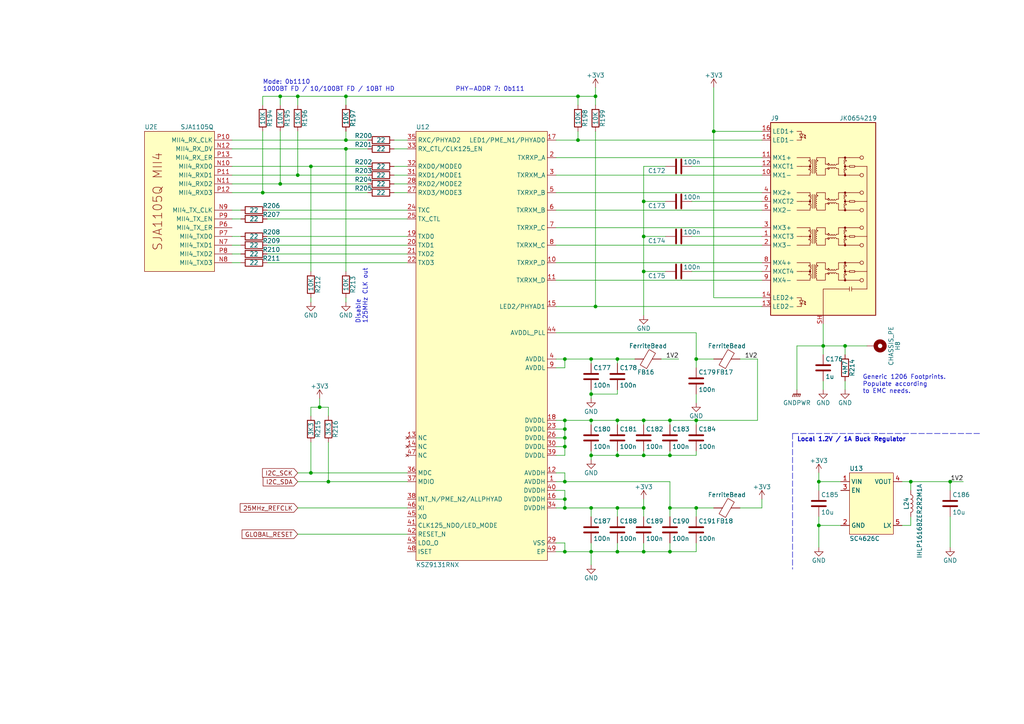
<source format=kicad_sch>
(kicad_sch (version 20211123) (generator eeschema)
  (paper "A4")
  (title_block (title "Open Hardware 10Base-T1L Switch") (date "2023-04-07") (rev "REV A") (company "Peter Heinrich") (comment 1 "Open Hardware License CERN-OHL-P v2") (comment 2 "https://github.com/peterheinrich/Open_10Base-T1L_Switch"))
  (lib_symbols
    (symbol "Connector:JK0654219"
      (property "Reference" "J" (at -15.24 29.21 0))
      (property "Value" "JK0654219" (at 10.16 29.21 0))
      (symbol "JK0654219_1_1"
        (pin passive line (at -17.78 -5.08 0) (length 2.54) (name "MXCT3") (number "1"))
        (pin passive line (at -17.78 12.7 0) (length 2.54) (name "MX1-") (number "10"))
        (pin passive line (at -17.78 17.78 0) (length 2.54) (name "MX1+") (number "11"))
        (pin passive line (at -17.78 15.24 0) (length 2.54) (name "MXCT1") (number "12"))
        (pin passive line (at -17.78 -25.4 0) (length 2.54) (name "LED2-") (number "13"))
        (pin passive line (at -17.78 -22.86 0) (length 2.54) (name "LED2+") (number "14"))
        (pin passive line (at -17.78 22.86 0) (length 2.54) (name "LED1-") (number "15"))
        (pin passive line (at -17.78 25.4 0) (length 2.54) (name "LED1+") (number "16"))
        (pin passive line (at -17.78 -7.62 0) (length 2.54) (name "MX3-") (number "2"))
        (pin passive line (at -17.78 -2.54 0) (length 2.54) (name "MX3+") (number "3"))
        (pin passive line (at -17.78 7.62 0) (length 2.54) (name "MX2+") (number "4"))
        (pin passive line (at -17.78 2.54 0) (length 2.54) (name "MX2-") (number "5"))
        (pin passive line (at -17.78 5.08 0) (length 2.54) (name "MXCT2") (number "6"))
        (pin passive line (at -17.78 -15.24 0) (length 2.54) (name "MXCT4") (number "7"))
        (pin passive line (at -17.78 -12.7 0) (length 2.54) (name "MX4+") (number "8"))
        (pin passive line (at -17.78 -17.78 0) (length 2.54) (name "MX4-") (number "9"))
        (pin passive line (at 0 -30.48 90) (length 2.54) (name "~") (number "SH"))
      )
    )
    (symbol "Device:C" (pin_numbers hide) (pin_names (offset 0.254))
      (property "Reference" "C" (at 0.635 2.54 0))
      (property "Value" "C" (at 0.635 -2.54 0))
      (symbol "C_1_1"
        (pin passive line (at 0 3.81 270) (length 2.794) (name "~") (number "1"))
        (pin passive line (at 0 -3.81 90) (length 2.794) (name "~") (number "2"))
      )
    )
    (symbol "Device:FerriteBead" (pin_numbers hide) (pin_names (offset 0))
      (property "Reference" "FB" (at -3.81 0.635 90))
      (property "Value" "FerriteBead" (at 3.81 0 90))
      (symbol "FerriteBead_1_1"
        (pin passive line (at 0 3.81 270) (length 2.54) (name "~") (number "1"))
        (pin passive line (at 0 -3.81 90) (length 2.54) (name "~") (number "2"))
      )
    )
    (symbol "Device:L" (pin_numbers hide) (pin_names (offset 1.016) hide)
      (property "Reference" "L" (at -1.27 0 90))
      (property "Value" "L" (at 1.905 0 90))
      (symbol "L_1_1"
        (pin passive line (at 0 3.81 270) (length 1.27) (name "1") (number "1"))
        (pin passive line (at 0 -3.81 90) (length 1.27) (name "2") (number "2"))
      )
    )
    (symbol "Device:R" (pin_numbers hide) (pin_names (offset 0))
      (property "Reference" "R" (at 2.032 0 90))
      (property "Value" "R" (at 0 0 90))
      (symbol "R_1_1"
        (pin passive line (at 0 3.81 270) (length 1.27) (name "~") (number "1"))
        (pin passive line (at 0 -3.81 90) (length 1.27) (name "~") (number "2"))
      )
    )
    (symbol "KSZ9131RNX:KSZ9131RNX"
      (property "Reference" "U" (at 0 1.27 0))
      (property "Value" "KSZ9131RNX" (at 0 -125.73 0))
      (symbol "KSZ9131RNX_1_1"
        (pin power_in line (at 40.64 -101.6 180) (length 2.54) (name "AVDDH") (number "1"))
        (pin bidirectional line (at 40.64 -38.1 180) (length 2.54) (name "TXRXP_D") (number "10"))
        (pin bidirectional line (at 40.64 -43.18 180) (length 2.54) (name "TXRXM_D") (number "11"))
        (pin power_in line (at 40.64 -99.06 180) (length 2.54) (name "AVDDH") (number "12"))
        (pin no_connect line (at -2.54 -88.9 0) (length 2.54) (name "NC") (number "13"))
        (pin no_connect line (at -2.54 -91.44 0) (length 2.54) (name "NC") (number "14"))
        (pin output line (at 40.64 -50.8 180) (length 2.54) (name "LED2/PHYAD1") (number "15"))
        (pin power_in line (at 40.64 -106.68 180) (length 2.54) (name "DVDDH") (number "16"))
        (pin output line (at 40.64 -2.54 180) (length 2.54) (name "LED1/PME_N1/PHYAD0") (number "17"))
        (pin power_in line (at 40.64 -83.82 180) (length 2.54) (name "DVDDL") (number "18"))
        (pin input line (at -2.54 -30.48 0) (length 2.54) (name "TXD0") (number "19"))
        (pin bidirectional line (at 40.64 -7.62 180) (length 2.54) (name "TXRXP_A") (number "2"))
        (pin input line (at -2.54 -33.02 0) (length 2.54) (name "TXD1") (number "20"))
        (pin input line (at -2.54 -35.56 0) (length 2.54) (name "TXD2") (number "21"))
        (pin input line (at -2.54 -38.1 0) (length 2.54) (name "TXD3") (number "22"))
        (pin power_in line (at 40.64 -86.36 180) (length 2.54) (name "DVDDL") (number "23"))
        (pin input line (at -2.54 -22.86 0) (length 2.54) (name "TXC") (number "24"))
        (pin input line (at -2.54 -25.4 0) (length 2.54) (name "TX_CTL") (number "25"))
        (pin power_in line (at 40.64 -88.9 180) (length 2.54) (name "DVDDL") (number "26"))
        (pin output line (at -2.54 -17.78 0) (length 2.54) (name "RXD3/MODE3") (number "27"))
        (pin output line (at -2.54 -15.24 0) (length 2.54) (name "RXD2/MODE2") (number "28"))
        (pin power_in line (at 40.64 -119.38 180) (length 2.54) (name "VSS") (number "29"))
        (pin bidirectional line (at 40.64 -12.7 180) (length 2.54) (name "TXRXM_A") (number "3"))
        (pin power_in line (at 40.64 -91.44 180) (length 2.54) (name "DVDDL") (number "30"))
        (pin output line (at -2.54 -12.7 0) (length 2.54) (name "RXD1/MODE1") (number "31"))
        (pin output line (at -2.54 -10.16 0) (length 2.54) (name "RXD0/MODE0") (number "32"))
        (pin output line (at -2.54 -5.08 0) (length 2.54) (name "RX_CTL/CLK125_EN") (number "33"))
        (pin power_in line (at 40.64 -109.22 180) (length 2.54) (name "DVDDH") (number "34"))
        (pin output line (at -2.54 -2.54 0) (length 2.54) (name "RXC/PHYAD2") (number "35"))
        (pin input line (at -2.54 -99.06 0) (length 2.54) (name "MDC") (number "36"))
        (pin bidirectional line (at -2.54 -101.6 0) (length 2.54) (name "MDIO") (number "37"))
        (pin output line (at -2.54 -106.68 0) (length 2.54) (name "INT_N/PME_N2/ALLPHYAD") (number "38"))
        (pin power_in line (at 40.64 -93.98 180) (length 2.54) (name "DVDDL") (number "39"))
        (pin power_in line (at 40.64 -66.04 180) (length 2.54) (name "AVDDL") (number "4"))
        (pin power_in line (at 40.64 -104.14 180) (length 2.54) (name "DVDDH") (number "40"))
        (pin output line (at -2.54 -114.3 0) (length 2.54) (name "CLK125_NDO/LED_MODE") (number "41"))
        (pin input line (at -2.54 -116.84 0) (length 2.54) (name "RESET_N") (number "42"))
        (pin output line (at -2.54 -119.38 0) (length 2.54) (name "LDO_O") (number "43"))
        (pin power_in line (at 40.64 -58.42 180) (length 2.54) (name "AVDDL_PLL") (number "44"))
        (pin output line (at -2.54 -111.76 0) (length 2.54) (name "XO") (number "45"))
        (pin input line (at -2.54 -109.22 0) (length 2.54) (name "XI") (number "46"))
        (pin no_connect line (at -2.54 -93.98 0) (length 2.54) (name "NC") (number "47"))
        (pin input line (at -2.54 -121.92 0) (length 2.54) (name "ISET") (number "48"))
        (pin power_in line (at 40.64 -121.92 180) (length 2.54) (name "EP") (number "49"))
        (pin bidirectional line (at 40.64 -17.78 180) (length 2.54) (name "TXRXP_B") (number "5"))
        (pin bidirectional line (at 40.64 -22.86 180) (length 2.54) (name "TXRXM_B") (number "6"))
        (pin bidirectional line (at 40.64 -27.94 180) (length 2.54) (name "TXRXP_C") (number "7"))
        (pin bidirectional line (at 40.64 -33.02 180) (length 2.54) (name "TXRXM_C") (number "8"))
        (pin power_in line (at 40.64 -68.58 180) (length 2.54) (name "AVDDL") (number "9"))
      )
    )
    (symbol "Mechanical:MountingHole_Pad" (pin_numbers hide) (pin_names (offset 1.016) hide)
      (property "Reference" "H" (at 0 6.35 0))
      (property "Value" "MountingHole_Pad" (at 0 4.445 0))
      (symbol "MountingHole_Pad_1_1"
        (pin input line (at 0 -2.54 90) (length 2.54) (name "1") (number "1"))
      )
    )
    (symbol "SC4626C:SC4626C"
      (property "Reference" "U" (at 0 1.27 0))
      (property "Value" "SC4626C" (at 0 -19.05 0))
      (symbol "SC4626C_1_1"
        (pin power_in line (at -2.54 -2.54 0) (length 2.54) (name "VIN") (number "1"))
        (pin power_in line (at -2.54 -15.24 0) (length 2.54) (name "GND") (number "2"))
        (pin input line (at -2.54 -5.08 0) (length 2.54) (name "EN") (number "3"))
        (pin output line (at 15.24 -2.54 180) (length 2.54) (name "VOUT") (number "4"))
        (pin output line (at 15.24 -15.24 180) (length 2.54) (name "LX") (number "5"))
      )
    )
    (symbol "SJA1105Q:SJA1105Q"
      (property "Reference" "U" (at 0 1.27 0))
      (property "Value" "SJA1105Q" (at 15.24 1.27 0))
      (symbol "SJA1105Q_1_1"
        (text "SJA1105Q MII0" (at 3.81 -20.32 900) (effects (font (size 2.54 2.54))))
        (pin output line (at 25.4 -30.48 180) (length 5.08) (name "MII0_TXD0") (number "A2"))
        (pin output line (at 25.4 -27.94 180) (length 5.08) (name "MII0_TX_ER") (number "A3"))
        (pin output line (at 25.4 -33.02 180) (length 5.08) (name "MII0_TXD1") (number "B1"))
        (pin output line (at 25.4 -38.1 180) (length 5.08) (name "MII0_TXD3") (number "C1"))
        (pin output line (at 25.4 -35.56 180) (length 5.08) (name "MII0_TXD2") (number "C2"))
        (pin bidirectional line (at 25.4 -22.86 180) (length 5.08) (name "MII0_TX_CLK") (number "D1"))
        (pin output line (at 25.4 -25.4 180) (length 5.08) (name "MII0_TX_EN") (number "D2"))
        (pin input line (at 25.4 -10.16 180) (length 5.08) (name "MII0_RXD0") (number "E1"))
        (pin bidirectional line (at 25.4 -2.54 180) (length 5.08) (name "MII0_RX_CLK") (number "E2"))
        (pin input line (at 25.4 -15.24 180) (length 5.08) (name "MII0_RXD2") (number "F1"))
        (pin input line (at 25.4 -12.7 180) (length 5.08) (name "MII0_RXD1") (number "F2"))
        (pin input line (at 25.4 -5.08 180) (length 5.08) (name "MII0_RX_DV") (number "G1"))
        (pin input line (at 25.4 -17.78 180) (length 5.08) (name "MII0_RXD3") (number "G2"))
        (pin input line (at 25.4 -7.62 180) (length 5.08) (name "MII0_RX_ER") (number "H2"))
      )
      (symbol "SJA1105Q_2_1"
        (text "SJA1105Q MII1" (at 3.81 -20.32 900) (effects (font (size 2.54 2.54))))
        (pin output line (at 25.4 -27.94 180) (length 5.08) (name "MII1_TX_ER") (number "A10"))
        (pin input line (at 25.4 -5.08 180) (length 5.08) (name "MII1_RX_DV") (number "A4"))
        (pin input line (at 25.4 -15.24 180) (length 5.08) (name "MII1_RXD2") (number "A5"))
        (pin input line (at 25.4 -10.16 180) (length 5.08) (name "MII1_RXD0") (number "A6"))
        (pin bidirectional line (at 25.4 -22.86 180) (length 5.08) (name "MII1_TX_CLK") (number "A7"))
        (pin output line (at 25.4 -38.1 180) (length 5.08) (name "MII1_TXD3") (number "A8"))
        (pin output line (at 25.4 -33.02 180) (length 5.08) (name "MII1_TXD1") (number "A9"))
        (pin input line (at 25.4 -7.62 180) (length 5.08) (name "MII1_RX_ER") (number "B3"))
        (pin input line (at 25.4 -17.78 180) (length 5.08) (name "MII1_RXD3") (number "B4"))
        (pin input line (at 25.4 -12.7 180) (length 5.08) (name "MII1_RXD1") (number "B5"))
        (pin bidirectional line (at 25.4 -2.54 180) (length 5.08) (name "MII1_RX_CLK") (number "B6"))
        (pin output line (at 25.4 -25.4 180) (length 5.08) (name "MII1_TX_EN") (number "B7"))
        (pin output line (at 25.4 -35.56 180) (length 5.08) (name "MII1_TXD2") (number "B8"))
        (pin output line (at 25.4 -30.48 180) (length 5.08) (name "MII1_TXD0") (number "B9"))
      )
      (symbol "SJA1105Q_3_1"
        (text "SJA1105Q MII2" (at 3.81 -20.32 900) (effects (font (size 2.54 2.54))))
        (pin input line (at 25.4 -5.08 180) (length 5.08) (name "MII2_RX_DV") (number "A11"))
        (pin input line (at 25.4 -15.24 180) (length 5.08) (name "MII2_RXD2") (number "A12"))
        (pin input line (at 25.4 -10.16 180) (length 5.08) (name "MII2_RXD0") (number "A13"))
        (pin input line (at 25.4 -7.62 180) (length 5.08) (name "MII2_RX_ER") (number "B10"))
        (pin input line (at 25.4 -17.78 180) (length 5.08) (name "MII2_RXD3") (number "B11"))
        (pin input line (at 25.4 -12.7 180) (length 5.08) (name "MII2_RXD1") (number "B12"))
        (pin bidirectional line (at 25.4 -2.54 180) (length 5.08) (name "MII2_RX_CLK") (number "B14"))
        (pin output line (at 25.4 -25.4 180) (length 5.08) (name "MII2_TX_EN") (number "C13"))
        (pin bidirectional line (at 25.4 -22.86 180) (length 5.08) (name "MII2_TX_CLK") (number "C14"))
        (pin output line (at 25.4 -35.56 180) (length 5.08) (name "MII2_TXD2") (number "D13"))
        (pin output line (at 25.4 -38.1 180) (length 5.08) (name "MII2_TXD3") (number "D14"))
        (pin output line (at 25.4 -30.48 180) (length 5.08) (name "MII2_TXD0") (number "E13"))
        (pin output line (at 25.4 -33.02 180) (length 5.08) (name "MII2_TXD1") (number "E14"))
        (pin output line (at 25.4 -27.94 180) (length 5.08) (name "MII2_TX_ER") (number "F14"))
      )
      (symbol "SJA1105Q_4_1"
        (text "SJA1105Q MII3" (at 3.81 -20.32 900) (effects (font (size 2.54 2.54))))
        (pin input line (at 25.4 -7.62 180) (length 5.08) (name "MII3_RX_ER") (number "F13"))
        (pin input line (at 25.4 -17.78 180) (length 5.08) (name "MII3_RXD3") (number "G13"))
        (pin input line (at 25.4 -5.08 180) (length 5.08) (name "MII3_RX_DV") (number "G14"))
        (pin input line (at 25.4 -12.7 180) (length 5.08) (name "MII3_RXD1") (number "H13"))
        (pin input line (at 25.4 -15.24 180) (length 5.08) (name "MII3_RXD2") (number "H14"))
        (pin bidirectional line (at 25.4 -2.54 180) (length 5.08) (name "MII3_RX_CLK") (number "J13"))
        (pin input line (at 25.4 -10.16 180) (length 5.08) (name "MII3_RXD0") (number "J14"))
        (pin output line (at 25.4 -25.4 180) (length 5.08) (name "MII3_TX_EN") (number "K13"))
        (pin bidirectional line (at 25.4 -22.86 180) (length 5.08) (name "MII3_TX_CLK") (number "K14"))
        (pin output line (at 25.4 -35.56 180) (length 5.08) (name "MII3_TXD2") (number "L13"))
        (pin output line (at 25.4 -38.1 180) (length 5.08) (name "MII3_TXD3") (number "L14"))
        (pin output line (at 25.4 -30.48 180) (length 5.08) (name "MII3_TXD0") (number "M13"))
        (pin output line (at 25.4 -33.02 180) (length 5.08) (name "MII3_TXD1") (number "M14"))
        (pin output line (at 25.4 -27.94 180) (length 5.08) (name "MII3_TX_ER") (number "N14"))
      )
      (symbol "SJA1105Q_5_1"
        (text "SJA1105Q MII4" (at 3.81 -20.32 900) (effects (font (size 2.54 2.54))))
        (pin input line (at 25.4 -10.16 180) (length 5.08) (name "MII4_RXD0") (number "N10"))
        (pin input line (at 25.4 -15.24 180) (length 5.08) (name "MII4_RXD2") (number "N11"))
        (pin input line (at 25.4 -5.08 180) (length 5.08) (name "MII4_RX_DV") (number "N12"))
        (pin output line (at 25.4 -33.02 180) (length 5.08) (name "MII4_TXD1") (number "N7"))
        (pin output line (at 25.4 -38.1 180) (length 5.08) (name "MII4_TXD3") (number "N8"))
        (pin bidirectional line (at 25.4 -22.86 180) (length 5.08) (name "MII4_TX_CLK") (number "N9"))
        (pin bidirectional line (at 25.4 -2.54 180) (length 5.08) (name "MII4_RX_CLK") (number "P10"))
        (pin input line (at 25.4 -12.7 180) (length 5.08) (name "MII4_RXD1") (number "P11"))
        (pin input line (at 25.4 -17.78 180) (length 5.08) (name "MII4_RXD3") (number "P12"))
        (pin input line (at 25.4 -7.62 180) (length 5.08) (name "MII4_RX_ER") (number "P13"))
        (pin output line (at 25.4 -27.94 180) (length 5.08) (name "MII4_TX_ER") (number "P6"))
        (pin output line (at 25.4 -30.48 180) (length 5.08) (name "MII4_TXD0") (number "P7"))
        (pin output line (at 25.4 -35.56 180) (length 5.08) (name "MII4_TXD2") (number "P8"))
        (pin output line (at 25.4 -25.4 180) (length 5.08) (name "MII4_TX_EN") (number "P9"))
      )
      (symbol "SJA1105Q_6_1"
        (text "SJA1105Q CLK" (at 15.24 -17.78 900) (effects (font (size 2.54 2.54))))
        (pin output line (at -5.08 -2.54 0) (length 5.08) (name "CLK_OUT") (number "H1"))
        (pin input line (at -5.08 -20.32 0) (length 5.08) (name "OSC_IN") (number "K2"))
        (pin output line (at -5.08 -7.62 0) (length 5.08) (name "OSC_OUT") (number "L1"))
        (pin power_in line (at 33.02 -17.78 180) (length 5.08) (name "i.c.") (number "L4"))
        (pin input line (at 33.02 -2.54 180) (length 5.08) (name "TRST_N") (number "M1"))
        (pin input line (at 33.02 -10.16 180) (length 5.08) (name "TDI") (number "M2"))
        (pin input line (at 33.02 -12.7 180) (length 5.08) (name "TCK") (number "N1"))
        (pin output line (at 33.02 -7.62 180) (length 5.08) (name "TDO") (number "N3"))
        (pin bidirectional line (at -5.08 -33.02 0) (length 5.08) (name "PTP_CLK") (number "N4"))
        (pin input line (at 33.02 -25.4 180) (length 5.08) (name "SDI") (number "N5"))
        (pin input line (at 33.02 -30.48 180) (length 5.08) (name "SS_N") (number "N6"))
        (pin input line (at 33.02 -5.08 180) (length 5.08) (name "TMS") (number "P2"))
        (pin input line (at 33.02 -33.02 180) (length 5.08) (name "RST_N") (number "P3"))
        (pin output line (at 33.02 -27.94 180) (length 5.08) (name "SDO") (number "P4"))
        (pin input line (at 33.02 -22.86 180) (length 5.08) (name "SCK") (number "P5"))
      )
      (symbol "SJA1105Q_7_1"
        (text "SJA1105Q Power" (at 12.7 -48.26 900) (effects (font (size 2.54 2.54))))
        (pin power_in line (at -5.08 -2.54 0) (length 5.08) (name "VSS") (number "A1"))
        (pin power_in line (at 33.02 -88.9 180) (length 5.08) (name "VSS") (number "A14"))
        (pin power_in line (at 33.02 -83.82 180) (length 5.08) (name "VSS") (number "B13"))
        (pin power_in line (at 33.02 -48.26 180) (length 5.08) (name "VDDIO_MII2") (number "D10"))
        (pin power_in line (at 33.02 -50.8 180) (length 5.08) (name "VDDIO_MII2") (number "D11"))
        (pin power_in line (at 33.02 -33.02 180) (length 5.08) (name "VDDIO_MII0") (number "D4"))
        (pin power_in line (at 33.02 -40.64 180) (length 5.08) (name "VDDIO_MII1") (number "D5"))
        (pin power_in line (at 33.02 -7.62 180) (length 5.08) (name "VDD_CORE") (number "D6"))
        (pin power_in line (at 33.02 -43.18 180) (length 5.08) (name "VDDIO_MII1") (number "D7"))
        (pin power_in line (at 33.02 -45.72 180) (length 5.08) (name "VDDIO_MII1") (number "D8"))
        (pin power_in line (at 33.02 -12.7 180) (length 5.08) (name "VDD_CORE") (number "D9"))
        (pin power_in line (at -5.08 -91.44 0) (length 5.08) (name "VSS") (number "E10"))
        (pin power_in line (at 33.02 -53.34 180) (length 5.08) (name "VDDIO_MII2") (number "E11"))
        (pin power_in line (at 33.02 -35.56 180) (length 5.08) (name "VDDIO_MII0") (number "E4"))
        (pin power_in line (at -5.08 -12.7 0) (length 5.08) (name "VSS") (number "E5"))
        (pin power_in line (at -5.08 -27.94 0) (length 5.08) (name "VSS") (number "E6"))
        (pin power_in line (at -5.08 -43.18 0) (length 5.08) (name "VSS") (number "E7"))
        (pin power_in line (at -5.08 -60.96 0) (length 5.08) (name "VSS") (number "E8"))
        (pin power_in line (at -5.08 -76.2 0) (length 5.08) (name "VSS") (number "E9"))
        (pin power_in line (at -5.08 -93.98 0) (length 5.08) (name "VSS") (number "F10"))
        (pin power_in line (at 33.02 -17.78 180) (length 5.08) (name "VDD_CORE") (number "F11"))
        (pin power_in line (at 33.02 -2.54 180) (length 5.08) (name "VDD_CORE") (number "F4"))
        (pin power_in line (at -5.08 -15.24 0) (length 5.08) (name "VSS") (number "F5"))
        (pin power_in line (at -5.08 -30.48 0) (length 5.08) (name "VSS") (number "F6"))
        (pin power_in line (at -5.08 -45.72 0) (length 5.08) (name "VSS") (number "F7"))
        (pin power_in line (at -5.08 -63.5 0) (length 5.08) (name "VSS") (number "F8"))
        (pin power_in line (at -5.08 -78.74 0) (length 5.08) (name "VSS") (number "F9"))
        (pin power_in line (at -5.08 -96.52 0) (length 5.08) (name "VSS") (number "G10"))
        (pin power_in line (at 33.02 -55.88 180) (length 5.08) (name "VDDIO_MII3") (number "G11"))
        (pin power_in line (at 33.02 -38.1 180) (length 5.08) (name "VDDIO_MII0") (number "G4"))
        (pin power_in line (at -5.08 -17.78 0) (length 5.08) (name "VSS") (number "G5"))
        (pin power_in line (at -5.08 -33.02 0) (length 5.08) (name "VSS") (number "G6"))
        (pin power_in line (at -5.08 -48.26 0) (length 5.08) (name "VSS") (number "G7"))
        (pin power_in line (at -5.08 -66.04 0) (length 5.08) (name "VSS") (number "G8"))
        (pin power_in line (at -5.08 -81.28 0) (length 5.08) (name "VSS") (number "G9"))
        (pin power_in line (at 33.02 -76.2 180) (length 5.08) (name "VSS") (number "H10"))
        (pin power_in line (at 33.02 -58.42 180) (length 5.08) (name "VDDIO_MII3") (number "H11"))
        (pin power_in line (at 33.02 -27.94 180) (length 5.08) (name "VDDIO_CLO") (number "H4"))
        (pin power_in line (at -5.08 -20.32 0) (length 5.08) (name "VSS") (number "H5"))
        (pin power_in line (at -5.08 -35.56 0) (length 5.08) (name "VSS") (number "H6"))
        (pin power_in line (at -5.08 -50.8 0) (length 5.08) (name "VSS") (number "H7"))
        (pin power_in line (at -5.08 -68.58 0) (length 5.08) (name "VSS") (number "H8"))
        (pin power_in line (at -5.08 -83.82 0) (length 5.08) (name "VSS") (number "H9"))
        (pin power_in line (at 33.02 -25.4 180) (length 5.08) (name "VDDA_PLL") (number "J1"))
        (pin power_in line (at 33.02 -78.74 180) (length 5.08) (name "VSS") (number "J10"))
        (pin power_in line (at 33.02 -20.32 180) (length 5.08) (name "VDD_CORE") (number "J11"))
        (pin power_in line (at 33.02 -96.52 180) (length 5.08) (name "VSSA_PLL") (number "J2"))
        (pin power_in line (at 33.02 -5.08 180) (length 5.08) (name "VDD_CORE") (number "J4"))
        (pin power_in line (at -5.08 -22.86 0) (length 5.08) (name "VSS") (number "J5"))
        (pin power_in line (at -5.08 -38.1 0) (length 5.08) (name "VSS") (number "J6"))
        (pin power_in line (at -5.08 -53.34 0) (length 5.08) (name "VSS") (number "J7"))
        (pin power_in line (at -5.08 -71.12 0) (length 5.08) (name "VSS") (number "J8"))
        (pin power_in line (at -5.08 -86.36 0) (length 5.08) (name "VSS") (number "J9"))
        (pin power_in line (at 33.02 -22.86 180) (length 5.08) (name "VDDA_OSC") (number "K1"))
        (pin power_in line (at 33.02 -81.28 180) (length 5.08) (name "VSS") (number "K10"))
        (pin power_in line (at 33.02 -60.96 180) (length 5.08) (name "VDDIO_MII3") (number "K11"))
        (pin power_in line (at -5.08 -10.16 0) (length 5.08) (name "VSS") (number "K4"))
        (pin power_in line (at -5.08 -25.4 0) (length 5.08) (name "VSS") (number "K5"))
        (pin power_in line (at -5.08 -40.64 0) (length 5.08) (name "VSS") (number "K6"))
        (pin power_in line (at -5.08 -55.88 0) (length 5.08) (name "VSS") (number "K7"))
        (pin power_in line (at -5.08 -73.66 0) (length 5.08) (name "VSS") (number "K8"))
        (pin power_in line (at -5.08 -88.9 0) (length 5.08) (name "VSS") (number "K9"))
        (pin power_in line (at 33.02 -66.04 180) (length 5.08) (name "VDDIO_MII4") (number "L10"))
        (pin power_in line (at 33.02 -68.58 180) (length 5.08) (name "VDDIO_MII4") (number "L11"))
        (pin power_in line (at 33.02 -93.98 180) (length 5.08) (name "VSSA_OSC") (number "L2"))
        (pin power_in line (at 33.02 -30.48 180) (length 5.08) (name "VDDIO_HOST") (number "L5"))
        (pin power_in line (at 33.02 -10.16 180) (length 5.08) (name "VDD_CORE") (number "L6"))
        (pin power_in line (at -5.08 -58.42 0) (length 5.08) (name "VSS") (number "L7"))
        (pin power_in line (at 33.02 -63.5 180) (length 5.08) (name "VDDIO_MII4") (number "L8"))
        (pin power_in line (at 33.02 -15.24 180) (length 5.08) (name "VDD_CORE") (number "L9"))
        (pin power_in line (at 33.02 -86.36 180) (length 5.08) (name "VSS") (number "N13"))
        (pin power_in line (at -5.08 -7.62 0) (length 5.08) (name "VSS") (number "N2"))
        (pin power_in line (at -5.08 -5.08 0) (length 5.08) (name "VSS") (number "P1"))
        (pin power_in line (at 33.02 -91.44 180) (length 5.08) (name "VSS") (number "P14"))
      )
    )
    (symbol "power:+3V3" (power) (pin_names (offset 0))
      (property "Value" "+3V3" (at 0 3.556 0))
      (symbol "+3V3_1_1"
        (pin power_in line (at 0 0 90) (length 0) hide (name "+3V3") (number "1"))
      )
    )
    (symbol "power:GND" (power) (pin_names (offset 0))
      (property "Value" "GND" (at 0 -3.81 0))
      (symbol "GND_1_1"
        (pin power_in line (at 0 0 270) (length 0) hide (name "GND") (number "1"))
      )
    )
    (symbol "power:GNDPWR" (power) (pin_names (offset 0))
      (property "Value" "GNDPWR" (at 0 -3.302 0))
      (symbol "GNDPWR_1_1"
        (pin power_in line (at 0 0 270) (length 0) hide (name "GNDPWR") (number "1"))
      )
    )
  )
  (junction (at 171.45 114.3))
  (junction (at 86.36 27.94))
  (junction (at 186.69 121.92))
  (junction (at 171.45 132.08))
  (junction (at 172.72 88.9))
  (junction (at 238.76 100.33))
  (junction (at 171.45 160.02))
  (junction (at 90.17 48.26))
  (junction (at 163.83 139.7))
  (junction (at 179.07 132.08))
  (junction (at 186.69 58.42))
  (junction (at 194.31 132.08))
  (junction (at 186.69 132.08))
  (junction (at 171.45 104.14))
  (junction (at 194.31 160.02))
  (junction (at 81.28 53.34))
  (junction (at 100.33 43.18))
  (junction (at 163.83 129.54))
  (junction (at 194.31 147.32))
  (junction (at 100.33 40.64))
  (junction (at 186.69 68.58))
  (junction (at 207.01 38.1))
  (junction (at 163.83 127))
  (junction (at 237.49 139.7))
  (junction (at 264.16 139.7))
  (junction (at 171.45 147.32))
  (junction (at 92.71 118.11))
  (junction (at 81.28 27.94))
  (junction (at 275.59 139.7))
  (junction (at 163.83 121.92))
  (junction (at 95.25 139.7))
  (junction (at 90.17 137.16))
  (junction (at 179.07 160.02))
  (junction (at 86.36 50.8))
  (junction (at 194.31 121.92))
  (junction (at 201.93 147.32))
  (junction (at 163.83 104.14))
  (junction (at 76.2 55.88))
  (junction (at 186.69 78.74))
  (junction (at 179.07 147.32))
  (junction (at 172.72 27.94))
  (junction (at 163.83 147.32))
  (junction (at 167.64 27.94))
  (junction (at 245.11 100.33))
  (junction (at 201.93 121.92))
  (junction (at 237.49 152.4))
  (junction (at 167.64 40.64))
  (junction (at 186.69 160.02))
  (junction (at 179.07 104.14))
  (junction (at 163.83 124.46))
  (junction (at 186.69 147.32))
  (junction (at 201.93 104.14))
  (junction (at 100.33 27.94))
  (junction (at 171.45 121.92))
  (junction (at 163.83 144.78))
  (junction (at 163.83 160.02))
  (junction (at 179.07 121.92))
  (wire (pts (xy 220.98 86.36) (xy 207.01 86.36)))
  (wire (pts (xy 95.25 139.7) (xy 118.11 139.7)))
  (wire (pts (xy 220.98 71.12) (xy 161.29 71.12)))
  (wire (pts (xy 200.66 58.42) (xy 220.98 58.42)))
  (wire (pts (xy 163.83 144.78) (xy 163.83 147.32)))
  (wire (pts (xy 114.3 50.8) (xy 118.11 50.8)))
  (wire (pts (xy 171.45 160.02) (xy 171.45 157.48)))
  (wire (pts (xy 194.31 139.7) (xy 194.31 147.32)))
  (wire (pts (xy 194.31 160.02) (xy 194.31 157.48)))
  (wire (pts (xy 114.3 40.64) (xy 118.11 40.64)))
  (wire (pts (xy 245.11 100.33) (xy 238.76 100.33)))
  (wire (pts (xy 69.85 73.66) (xy 67.31 73.66)))
  (wire (pts (xy 186.69 132.08) (xy 194.31 132.08)))
  (wire (pts (xy 90.17 137.16) (xy 118.11 137.16)))
  (wire (pts (xy 171.45 105.41) (xy 171.45 104.14)))
  (wire (pts (xy 207.01 25.4) (xy 207.01 38.1)))
  (wire (pts (xy 200.66 48.26) (xy 220.98 48.26)))
  (wire (pts (xy 163.83 142.24) (xy 163.83 144.78)))
  (wire (pts (xy 163.83 129.54) (xy 163.83 132.08)))
  (wire (pts (xy 237.49 137.16) (xy 237.49 139.7)))
  (wire (pts (xy 95.25 128.27) (xy 95.25 139.7)))
  (wire (pts (xy 161.29 96.52) (xy 201.93 96.52)))
  (wire (pts (xy 100.33 27.94) (xy 167.64 27.94)))
  (wire (pts (xy 167.64 38.1) (xy 167.64 40.64)))
  (wire (pts (xy 77.47 76.2) (xy 118.11 76.2)))
  (wire (pts (xy 238.76 93.98) (xy 238.76 100.33)))
  (wire (pts (xy 186.69 121.92) (xy 194.31 121.92)))
  (wire (pts (xy 90.17 48.26) (xy 106.68 48.26)))
  (wire (pts (xy 201.93 147.32) (xy 201.93 149.86)))
  (wire (pts (xy 171.45 114.3) (xy 179.07 114.3)))
  (wire (pts (xy 179.07 147.32) (xy 179.07 149.86)))
  (wire (pts (xy 264.16 152.4) (xy 264.16 149.86)))
  (wire (pts (xy 167.64 27.94) (xy 172.72 27.94)))
  (wire (pts (xy 161.29 137.16) (xy 163.83 137.16)))
  (wire (pts (xy 76.2 55.88) (xy 106.68 55.88)))
  (wire (pts (xy 194.31 132.08) (xy 201.93 132.08)))
  (wire (pts (xy 220.98 50.8) (xy 161.29 50.8)))
  (wire (pts (xy 193.04 48.26) (xy 186.69 48.26)))
  (wire (pts (xy 114.3 43.18) (xy 118.11 43.18)))
  (wire (pts (xy 161.29 160.02) (xy 163.83 160.02)))
  (wire (pts (xy 171.45 104.14) (xy 179.07 104.14)))
  (wire (pts (xy 163.83 157.48) (xy 163.83 160.02)))
  (wire (pts (xy 237.49 149.86) (xy 237.49 152.4)))
  (wire (pts (xy 90.17 86.36) (xy 90.17 87.63)))
  (wire (pts (xy 179.07 160.02) (xy 186.69 160.02)))
  (wire (pts (xy 171.45 113.03) (xy 171.45 114.3)))
  (wire (pts (xy 81.28 27.94) (xy 86.36 27.94)))
  (wire (pts (xy 163.83 132.08) (xy 161.29 132.08)))
  (wire (pts (xy 114.3 53.34) (xy 118.11 53.34)))
  (wire (pts (xy 245.11 100.33) (xy 245.11 102.87)))
  (wire (pts (xy 179.07 121.92) (xy 179.07 123.19)))
  (wire (pts (xy 201.93 121.92) (xy 219.71 121.92)))
  (wire (pts (xy 201.93 160.02) (xy 201.93 157.48)))
  (wire (pts (xy 167.64 27.94) (xy 167.64 30.48)))
  (wire (pts (xy 231.14 100.33) (xy 238.76 100.33)))
  (wire (pts (xy 92.71 115.57) (xy 92.71 118.11)))
  (wire (pts (xy 161.29 129.54) (xy 163.83 129.54)))
  (wire (pts (xy 171.45 132.08) (xy 179.07 132.08)))
  (wire (pts (xy 163.83 121.92) (xy 163.83 124.46)))
  (wire (pts (xy 220.98 76.2) (xy 161.29 76.2)))
  (wire (pts (xy 90.17 128.27) (xy 90.17 137.16)))
  (wire (pts (xy 186.69 68.58) (xy 193.04 68.58)))
  (wire (pts (xy 238.76 110.49) (xy 238.76 113.03)))
  (wire (pts (xy 100.33 43.18) (xy 100.33 78.74)))
  (wire (pts (xy 264.16 139.7) (xy 261.62 139.7)))
  (wire (pts (xy 161.29 147.32) (xy 163.83 147.32)))
  (wire (pts (xy 163.83 137.16) (xy 163.83 139.7)))
  (wire (pts (xy 69.85 68.58) (xy 67.31 68.58)))
  (wire (pts (xy 163.83 127) (xy 163.83 129.54)))
  (wire (pts (xy 100.33 30.48) (xy 100.33 27.94)))
  (polyline (pts (xy 229.87 125.73) (xy 284.48 125.73)))
  (wire (pts (xy 237.49 152.4) (xy 237.49 158.75)))
  (wire (pts (xy 194.31 147.32) (xy 194.31 149.86)))
  (wire (pts (xy 69.85 60.96) (xy 67.31 60.96)))
  (wire (pts (xy 100.33 40.64) (xy 106.68 40.64)))
  (wire (pts (xy 171.45 132.08) (xy 171.45 133.35)))
  (wire (pts (xy 201.93 114.3) (xy 201.93 116.84)))
  (wire (pts (xy 194.31 160.02) (xy 201.93 160.02)))
  (wire (pts (xy 163.83 121.92) (xy 171.45 121.92)))
  (wire (pts (xy 86.36 147.32) (xy 118.11 147.32)))
  (wire (pts (xy 179.07 113.03) (xy 179.07 114.3)))
  (wire (pts (xy 186.69 160.02) (xy 186.69 157.48)))
  (wire (pts (xy 237.49 142.24) (xy 237.49 139.7)))
  (wire (pts (xy 86.36 137.16) (xy 90.17 137.16)))
  (wire (pts (xy 171.45 114.3) (xy 171.45 115.57)))
  (wire (pts (xy 161.29 104.14) (xy 163.83 104.14)))
  (wire (pts (xy 76.2 38.1) (xy 76.2 55.88)))
  (wire (pts (xy 237.49 152.4) (xy 243.84 152.4)))
  (wire (pts (xy 86.36 50.8) (xy 106.68 50.8)))
  (wire (pts (xy 171.45 147.32) (xy 179.07 147.32)))
  (wire (pts (xy 100.33 86.36) (xy 100.33 87.63)))
  (wire (pts (xy 76.2 27.94) (xy 81.28 27.94)))
  (wire (pts (xy 207.01 86.36) (xy 207.01 38.1)))
  (wire (pts (xy 194.31 121.92) (xy 201.93 121.92)))
  (wire (pts (xy 201.93 121.92) (xy 201.93 123.19)))
  (wire (pts (xy 201.93 104.14) (xy 201.93 96.52)))
  (wire (pts (xy 77.47 68.58) (xy 118.11 68.58)))
  (wire (pts (xy 86.36 139.7) (xy 95.25 139.7)))
  (wire (pts (xy 69.85 63.5) (xy 67.31 63.5)))
  (wire (pts (xy 163.83 139.7) (xy 194.31 139.7)))
  (wire (pts (xy 86.36 38.1) (xy 86.36 50.8)))
  (wire (pts (xy 214.63 147.32) (xy 220.98 147.32)))
  (wire (pts (xy 161.29 144.78) (xy 163.83 144.78)))
  (wire (pts (xy 161.29 139.7) (xy 163.83 139.7)))
  (wire (pts (xy 220.98 40.64) (xy 167.64 40.64)))
  (wire (pts (xy 67.31 40.64) (xy 100.33 40.64)))
  (wire (pts (xy 171.45 160.02) (xy 171.45 163.83)))
  (wire (pts (xy 163.83 160.02) (xy 171.45 160.02)))
  (wire (pts (xy 220.98 66.04) (xy 161.29 66.04)))
  (wire (pts (xy 186.69 132.08) (xy 186.69 130.81)))
  (wire (pts (xy 100.33 38.1) (xy 100.33 40.64)))
  (wire (pts (xy 219.71 121.92) (xy 219.71 104.14)))
  (wire (pts (xy 86.36 154.94) (xy 118.11 154.94)))
  (wire (pts (xy 171.45 121.92) (xy 179.07 121.92)))
  (wire (pts (xy 194.31 121.92) (xy 194.31 123.19)))
  (wire (pts (xy 81.28 53.34) (xy 106.68 53.34)))
  (wire (pts (xy 163.83 124.46) (xy 163.83 127)))
  (wire (pts (xy 200.66 78.74) (xy 220.98 78.74)))
  (wire (pts (xy 220.98 55.88) (xy 161.29 55.88)))
  (wire (pts (xy 201.93 132.08) (xy 201.93 130.81)))
  (wire (pts (xy 201.93 106.68) (xy 201.93 104.14)))
  (wire (pts (xy 264.16 142.24) (xy 264.16 139.7)))
  (wire (pts (xy 77.47 63.5) (xy 118.11 63.5)))
  (wire (pts (xy 171.45 160.02) (xy 179.07 160.02)))
  (wire (pts (xy 238.76 100.33) (xy 238.76 102.87)))
  (wire (pts (xy 172.72 27.94) (xy 172.72 30.48)))
  (wire (pts (xy 186.69 78.74) (xy 193.04 78.74)))
  (wire (pts (xy 220.98 81.28) (xy 161.29 81.28)))
  (wire (pts (xy 161.29 142.24) (xy 163.83 142.24)))
  (wire (pts (xy 186.69 68.58) (xy 186.69 78.74)))
  (wire (pts (xy 186.69 144.78) (xy 186.69 147.32)))
  (wire (pts (xy 179.07 132.08) (xy 179.07 130.81)))
  (wire (pts (xy 67.31 48.26) (xy 90.17 48.26)))
  (wire (pts (xy 114.3 55.88) (xy 118.11 55.88)))
  (wire (pts (xy 69.85 76.2) (xy 67.31 76.2)))
  (wire (pts (xy 186.69 78.74) (xy 186.69 91.44)))
  (wire (pts (xy 179.07 147.32) (xy 186.69 147.32)))
  (wire (pts (xy 231.14 113.03) (xy 231.14 100.33)))
  (wire (pts (xy 161.29 106.68) (xy 163.83 106.68)))
  (wire (pts (xy 186.69 48.26) (xy 186.69 58.42)))
  (wire (pts (xy 114.3 48.26) (xy 118.11 48.26)))
  (wire (pts (xy 186.69 160.02) (xy 194.31 160.02)))
  (wire (pts (xy 186.69 147.32) (xy 186.69 149.86)))
  (wire (pts (xy 67.31 55.88) (xy 76.2 55.88)))
  (wire (pts (xy 161.29 124.46) (xy 163.83 124.46)))
  (wire (pts (xy 179.07 132.08) (xy 186.69 132.08)))
  (wire (pts (xy 161.29 127) (xy 163.83 127)))
  (wire (pts (xy 163.83 104.14) (xy 163.83 106.68)))
  (wire (pts (xy 161.29 121.92) (xy 163.83 121.92)))
  (wire (pts (xy 67.31 50.8) (xy 86.36 50.8)))
  (wire (pts (xy 92.71 118.11) (xy 95.25 118.11)))
  (wire (pts (xy 261.62 152.4) (xy 264.16 152.4)))
  (wire (pts (xy 167.64 40.64) (xy 161.29 40.64)))
  (wire (pts (xy 220.98 60.96) (xy 161.29 60.96)))
  (wire (pts (xy 69.85 71.12) (xy 67.31 71.12)))
  (wire (pts (xy 86.36 27.94) (xy 86.36 30.48)))
  (wire (pts (xy 77.47 71.12) (xy 118.11 71.12)))
  (wire (pts (xy 251.46 100.33) (xy 245.11 100.33)))
  (wire (pts (xy 220.98 88.9) (xy 172.72 88.9)))
  (wire (pts (xy 194.31 147.32) (xy 201.93 147.32)))
  (wire (pts (xy 179.07 104.14) (xy 184.15 104.14)))
  (wire (pts (xy 220.98 144.78) (xy 220.98 147.32)))
  (wire (pts (xy 245.11 110.49) (xy 245.11 113.03)))
  (wire (pts (xy 179.07 160.02) (xy 179.07 157.48)))
  (wire (pts (xy 77.47 60.96) (xy 118.11 60.96)))
  (wire (pts (xy 77.47 73.66) (xy 118.11 73.66)))
  (wire (pts (xy 275.59 149.86) (xy 275.59 158.75)))
  (wire (pts (xy 90.17 48.26) (xy 90.17 78.74)))
  (wire (pts (xy 264.16 139.7) (xy 275.59 139.7)))
  (wire (pts (xy 171.45 130.81) (xy 171.45 132.08)))
  (wire (pts (xy 179.07 105.41) (xy 179.07 104.14)))
  (wire (pts (xy 81.28 38.1) (xy 81.28 53.34)))
  (wire (pts (xy 207.01 38.1) (xy 220.98 38.1)))
  (wire (pts (xy 214.63 104.14) (xy 219.71 104.14)))
  (wire (pts (xy 100.33 43.18) (xy 106.68 43.18)))
  (wire (pts (xy 171.45 121.92) (xy 171.45 123.19)))
  (wire (pts (xy 81.28 27.94) (xy 81.28 30.48)))
  (wire (pts (xy 171.45 147.32) (xy 171.45 149.86)))
  (wire (pts (xy 172.72 38.1) (xy 172.72 88.9)))
  (polyline (pts (xy 229.87 125.73) (xy 229.87 165.1)))
  (wire (pts (xy 95.25 118.11) (xy 95.25 120.65)))
  (wire (pts (xy 163.83 104.14) (xy 171.45 104.14)))
  (wire (pts (xy 172.72 88.9) (xy 161.29 88.9)))
  (wire (pts (xy 186.69 121.92) (xy 186.69 123.19)))
  (wire (pts (xy 200.66 68.58) (xy 220.98 68.58)))
  (wire (pts (xy 90.17 118.11) (xy 92.71 118.11)))
  (wire (pts (xy 172.72 25.4) (xy 172.72 27.94)))
  (wire (pts (xy 186.69 58.42) (xy 186.69 68.58)))
  (wire (pts (xy 67.31 53.34) (xy 81.28 53.34)))
  (wire (pts (xy 179.07 121.92) (xy 186.69 121.92)))
  (wire (pts (xy 201.93 147.32) (xy 207.01 147.32)))
  (wire (pts (xy 86.36 27.94) (xy 100.33 27.94)))
  (wire (pts (xy 275.59 139.7) (xy 275.59 142.24)))
  (wire (pts (xy 161.29 157.48) (xy 163.83 157.48)))
  (wire (pts (xy 163.83 147.32) (xy 171.45 147.32)))
  (wire (pts (xy 194.31 132.08) (xy 194.31 130.81)))
  (wire (pts (xy 186.69 58.42) (xy 193.04 58.42)))
  (wire (pts (xy 201.93 104.14) (xy 207.01 104.14)))
  (wire (pts (xy 237.49 139.7) (xy 243.84 139.7)))
  (wire (pts (xy 90.17 120.65) (xy 90.17 118.11)))
  (wire (pts (xy 76.2 30.48) (xy 76.2 27.94)))
  (wire (pts (xy 220.98 45.72) (xy 161.29 45.72)))
  (wire (pts (xy 191.77 104.14) (xy 196.85 104.14)))
  (wire (pts (xy 67.31 43.18) (xy 100.33 43.18)))
  (wire (pts (xy 275.59 139.7) (xy 279.4 139.7)))
  (text "Mode: 0b1110\n1000BT FD / 10/100BT FD / 10BT HD" (at 76.2 26.67 0) (effects (font (size 1.27 1.27)) (justify left bottom)))
  (text "Generic 1206 Footprints.\nPopulate according \nto EMC needs." (at 250.19 114.3 0) (effects (font (size 1.27 1.27)) (justify left bottom)))
  (text "PHY-ADDR 7: 0b111" (at 132.08 26.67 0) (effects (font (size 1.27 1.27)) (justify left bottom)))
  (text "Disable\n125MHz CLK out" (at 106.68 93.98 90) (effects (font (size 1.27 1.27)) (justify left bottom)))
  (text "Local 1.2V / 1A Buck Regulator" (at 231.14 128.27 0) (effects (font (size 1.27 1.27) (thickness 0.254) bold) (justify left bottom)))
  (label "1V2" (at 196.85 104.14 180))
  (label "1V2" (at 219.71 104.14 180))
  (label "1V2" (at 279.4 139.7 180))
  (global_label "I2C_SDA" (shape input) (at 86.36 139.7 180) (property "Intersheet References" "${INTERSHEET_REFS}" (effects hide)))
  (global_label "GLOBAL_RESET" (shape input) (at 86.36 154.94 180) (property "Intersheet References" "${INTERSHEET_REFS}" (effects hide)))
  (global_label "I2C_SCK" (shape input) (at 86.36 137.16 180) (property "Intersheet References" "${INTERSHEET_REFS}" (effects hide)))
  (global_label "25MHz_REFCLK" (shape input) (at 86.36 147.32 180) (property "Intersheet References" "${INTERSHEET_REFS}" (effects hide)))
  (symbol (lib_id "Device:R") (at 167.64 34.29 0) (unit 1)
    (property "Reference" "R198" (at 169.672 34.29 90))
    (property "Value" "10K" (at 167.64 34.29 90))
    (property "Footprint" "Resistor_SMD:R_0603_1608Metric" (effects hide))
  )
  (symbol (lib_id "power:+3V3") (at 172.72 25.4 0) (unit 1)
    (property "Reference" "#PWR0167" (effects hide))
    (property "Value" "+3V3" (at 172.72 21.844 0))
  )
  (symbol (lib_id "power:GND") (at 245.11 113.03 0) (unit 1)
    (property "Reference" "#PWR0174" (effects hide))
    (property "Value" "GND" (at 245.11 116.84 0))
  )
  (symbol (lib_id "Device:FerriteBead") (at 210.82 104.14 90) (unit 1)
    (property "Reference" "FB17" (at 210.185 107.95 90))
    (property "Value" "FerriteBead" (at 210.82 100.33 90))
  )
  (symbol (lib_id "power:+3V3") (at 207.01 25.4 0) (unit 1)
    (property "Reference" "#PWR0168" (effects hide))
    (property "Value" "+3V3" (at 207.01 21.844 0))
  )
  (symbol (lib_id "Device:R") (at 86.36 34.29 0) (unit 1)
    (property "Reference" "R196" (at 88.392 34.29 90))
    (property "Value" "10K" (at 86.36 34.29 90))
    (property "Footprint" "Resistor_SMD:R_0603_1608Metric" (effects hide))
  )
  (symbol (lib_id "power:GND") (at 275.59 158.75 0) (unit 1)
    (property "Reference" "#PWR0183" (effects hide))
    (property "Value" "GND" (at 275.59 162.56 0))
  )
  (symbol (lib_id "Device:R") (at 245.11 106.68 0) (unit 1)
    (property "Reference" "R214" (at 247.142 106.68 90))
    (property "Value" "4M7" (at 245.11 106.68 90))
    (property "Footprint" "Resistor_SMD:R_1206_3216Metric" (effects hide))
  )
  (symbol (lib_id "Device:C") (at 194.31 153.67 0) (unit 1)
    (property "Reference" "C190" (at 194.945 151.13 0) (effects (justify left)))
    (property "Value" "100n" (at 194.945 156.21 0) (effects (justify left)))
    (property "Footprint" "Capacitor_SMD:C_0603_1608Metric" (effects hide))
  )
  (symbol (lib_id "power:GND") (at 100.33 87.63 0) (unit 1)
    (property "Reference" "#PWR0170" (effects hide))
    (property "Value" "GND" (at 100.33 91.44 0))
  )
  (symbol (lib_id "Device:R") (at 100.33 82.55 0) (unit 1)
    (property "Reference" "R213" (at 102.362 82.55 90))
    (property "Value" "10K" (at 100.33 82.55 90))
    (property "Footprint" "Resistor_SMD:R_0603_1608Metric" (effects hide))
  )
  (symbol (lib_id "Device:C") (at 196.85 78.74 90) (unit 1)
    (property "Reference" "C175" (at 193.04 80.01 90) (effects (justify left)))
    (property "Value" "100n" (at 203.2 77.47 90) (effects (justify left)))
    (property "Footprint" "Capacitor_SMD:C_0603_1608Metric" (effects hide))
  )
  (symbol (lib_id "Device:R") (at 110.49 50.8 90) (unit 1)
    (property "Reference" "R203" (at 105.41 49.53 90))
    (property "Value" "22" (at 110.49 50.8 90))
    (property "Footprint" "Resistor_SMD:R_0603_1608Metric" (effects hide))
  )
  (symbol (lib_id "Device:C") (at 196.85 68.58 90) (unit 1)
    (property "Reference" "C174" (at 193.04 69.85 90) (effects (justify left)))
    (property "Value" "100n" (at 203.2 67.31 90) (effects (justify left)))
    (property "Footprint" "Capacitor_SMD:C_0603_1608Metric" (effects hide))
  )
  (symbol (lib_id "Device:C") (at 179.07 109.22 0) (unit 1)
    (property "Reference" "C178" (at 179.705 106.68 0) (effects (justify left)))
    (property "Value" "100n" (at 179.705 111.76 0) (effects (justify left)))
    (property "Footprint" "Capacitor_SMD:C_0603_1608Metric" (effects hide))
  )
  (symbol (lib_id "Device:C") (at 171.45 109.22 0) (unit 1)
    (property "Reference" "C177" (at 172.085 106.68 0) (effects (justify left)))
    (property "Value" "100n" (at 172.085 111.76 0) (effects (justify left)))
    (property "Footprint" "Capacitor_SMD:C_0603_1608Metric" (effects hide))
  )
  (symbol (lib_id "Device:C") (at 237.49 146.05 0) (unit 1)
    (property "Reference" "C185" (at 238.125 143.51 0) (effects (justify left)))
    (property "Value" "10u" (at 238.125 148.59 0) (effects (justify left)))
    (property "Footprint" "Capacitor_SMD:C_0805_2012Metric" (effects hide))
  )
  (symbol (lib_id "Device:R") (at 110.49 53.34 90) (unit 1)
    (property "Reference" "R204" (at 105.41 52.07 90))
    (property "Value" "22" (at 110.49 53.34 90))
    (property "Footprint" "Resistor_SMD:R_0603_1608Metric" (effects hide))
  )
  (symbol (lib_id "Device:R") (at 100.33 34.29 0) (unit 1)
    (property "Reference" "R197" (at 102.362 34.29 90))
    (property "Value" "10K" (at 100.33 34.29 90))
    (property "Footprint" "Resistor_SMD:R_0603_1608Metric" (effects hide))
  )
  (symbol (lib_id "power:GNDPWR") (at 231.14 113.03 0) (unit 1)
    (property "Reference" "#PWR0172" (effects hide))
    (property "Value" "GNDPWR" (at 231.14 116.84 0))
  )
  (symbol (lib_id "power:GND") (at 237.49 158.75 0) (unit 1)
    (property "Reference" "#PWR0182" (effects hide))
    (property "Value" "GND" (at 237.49 162.56 0))
  )
  (symbol (lib_id "SC4626C:SC4626C") (at 246.38 137.16 0) (unit 1)
    (property "Reference" "U13" (at 246.38 135.89 0) (effects (justify left)))
    (property "Value" "SC4626C" (at 246.38 156.21 0) (effects (justify left)))
    (property "Footprint" "Package_TO_SOT_SMD:SOT-23-5" (effects hide))
    (property "Datasheet" "https://www.mouser.com/datasheet/2/761/sc4626-1277391.pdf" (effects hide))
  )
  (symbol (lib_id "Device:R") (at 76.2 34.29 0) (unit 1)
    (property "Reference" "R194" (at 78.232 34.29 90))
    (property "Value" "10K" (at 76.2 34.29 90))
    (property "Footprint" "Resistor_SMD:R_0603_1608Metric" (effects hide))
  )
  (symbol (lib_id "Device:C") (at 275.59 146.05 0) (unit 1)
    (property "Reference" "C186" (at 276.225 143.51 0) (effects (justify left)))
    (property "Value" "10u" (at 276.225 148.59 0) (effects (justify left)))
    (property "Footprint" "Capacitor_SMD:C_0805_2012Metric" (effects hide))
  )
  (symbol (lib_id "Device:C") (at 238.76 106.68 0) (unit 1)
    (property "Reference" "C176" (at 239.395 104.14 0) (effects (justify left)))
    (property "Value" "1u" (at 239.395 109.22 0) (effects (justify left)))
    (property "Footprint" "Capacitor_SMD:C_1206_3216Metric" (effects hide))
  )
  (symbol (lib_id "Device:C") (at 194.31 127 0) (unit 1)
    (property "Reference" "C183" (at 194.945 124.46 0) (effects (justify left)))
    (property "Value" "100n" (at 194.945 129.54 0) (effects (justify left)))
    (property "Footprint" "Capacitor_SMD:C_0603_1608Metric" (effects hide))
  )
  (symbol (lib_id "Device:R") (at 73.66 68.58 90) (unit 1)
    (property "Reference" "R208" (at 78.74 67.31 90))
    (property "Value" "22" (at 73.66 68.58 90))
    (property "Footprint" "Resistor_SMD:R_0603_1608Metric" (effects hide))
  )
  (symbol (lib_id "Device:R") (at 95.25 124.46 0) (unit 1)
    (property "Reference" "R216" (at 97.282 124.46 90))
    (property "Value" "3K3" (at 95.25 124.46 90))
    (property "Footprint" "Resistor_SMD:R_0603_1608Metric" (effects hide))
  )
  (symbol (lib_id "Device:C") (at 179.07 127 0) (unit 1)
    (property "Reference" "C181" (at 179.705 124.46 0) (effects (justify left)))
    (property "Value" "100n" (at 179.705 129.54 0) (effects (justify left)))
    (property "Footprint" "Capacitor_SMD:C_0603_1608Metric" (effects hide))
  )
  (symbol (lib_id "Mechanical:MountingHole_Pad") (at 254 100.33 270) (unit 1)
    (property "Reference" "H8" (at 260.35 100.33 0))
    (property "Value" "CHASSIS_PE" (at 258.445 100.33 0))
  )
  (symbol (lib_id "power:+3V3") (at 237.49 137.16 0) (unit 1)
    (property "Reference" "#PWR0179" (effects hide))
    (property "Value" "+3V3" (at 237.49 133.604 0))
  )
  (symbol (lib_id "Device:C") (at 171.45 153.67 0) (unit 1)
    (property "Reference" "C187" (at 172.085 151.13 0) (effects (justify left)))
    (property "Value" "100n" (at 172.085 156.21 0) (effects (justify left)))
    (property "Footprint" "Capacitor_SMD:C_0603_1608Metric" (effects hide))
  )
  (symbol (lib_id "Device:C") (at 196.85 58.42 90) (unit 1)
    (property "Reference" "C173" (at 193.04 59.69 90) (effects (justify left)))
    (property "Value" "100n" (at 203.2 57.15 90) (effects (justify left)))
    (property "Footprint" "Capacitor_SMD:C_0603_1608Metric" (effects hide))
  )
  (symbol (lib_id "Device:R") (at 73.66 71.12 90) (unit 1)
    (property "Reference" "R209" (at 78.74 69.85 90))
    (property "Value" "22" (at 73.66 71.12 90))
    (property "Footprint" "Resistor_SMD:R_0603_1608Metric" (effects hide))
  )
  (symbol (lib_id "power:GND") (at 90.17 87.63 0) (unit 1)
    (property "Reference" "#PWR0169" (effects hide))
    (property "Value" "GND" (at 90.17 91.44 0))
  )
  (symbol (lib_id "Device:C") (at 186.69 127 0) (unit 1)
    (property "Reference" "C182" (at 187.325 124.46 0) (effects (justify left)))
    (property "Value" "100n" (at 187.325 129.54 0) (effects (justify left)))
    (property "Footprint" "Capacitor_SMD:C_0603_1608Metric" (effects hide))
  )
  (symbol (lib_id "Device:C") (at 179.07 153.67 0) (unit 1)
    (property "Reference" "C188" (at 179.705 151.13 0) (effects (justify left)))
    (property "Value" "100n" (at 179.705 156.21 0) (effects (justify left)))
    (property "Footprint" "Capacitor_SMD:C_0603_1608Metric" (effects hide))
  )
  (symbol (lib_id "power:GND") (at 201.93 116.84 0) (unit 1)
    (property "Reference" "#PWR0177" (effects hide))
    (property "Value" "GND" (at 201.93 120.65 0))
  )
  (symbol (lib_id "power:+3V3") (at 220.98 144.78 0) (unit 1)
    (property "Reference" "#PWR0181" (effects hide))
    (property "Value" "+3V3" (at 220.98 141.224 0))
  )
  (symbol (lib_id "Device:C") (at 201.93 153.67 0) (unit 1)
    (property "Reference" "C191" (at 202.565 151.13 0) (effects (justify left)))
    (property "Value" "100n" (at 202.565 156.21 0) (effects (justify left)))
    (property "Footprint" "Capacitor_SMD:C_0603_1608Metric" (effects hide))
  )
  (symbol (lib_id "KSZ9131RNX:KSZ9131RNX") (at 120.65 38.1 0) (unit 1)
    (property "Reference" "U12" (at 120.65 36.83 0) (effects (justify left)))
    (property "Value" "KSZ9131RNX" (at 120.65 163.83 0) (effects (justify left)))
    (property "Footprint" "Package_DFN_QFN:VQFN-48-1EP_7x7mm_P0.5mm_EP5.15x5.15mm_ThermalVias" (effects hide))
    (property "Datasheet" "http://ww1.microchip.com/downloads/en/DeviceDoc/00002841B.pdf" (effects hide))
  )
  (symbol (lib_id "Device:R") (at 73.66 73.66 90) (unit 1)
    (property "Reference" "R210" (at 78.74 72.39 90))
    (property "Value" "22" (at 73.66 73.66 90))
    (property "Footprint" "Resistor_SMD:R_0603_1608Metric" (effects hide))
  )
  (symbol (lib_id "Device:R") (at 81.28 34.29 0) (unit 1)
    (property "Reference" "R195" (at 83.312 34.29 90))
    (property "Value" "10K" (at 81.28 34.29 90))
    (property "Footprint" "Resistor_SMD:R_0603_1608Metric" (effects hide))
  )
  (symbol (lib_id "SJA1105Q:SJA1105Q") (at 41.91 38.1 0) (unit 5)
    (property "Reference" "U2" (at 41.91 36.83 0) (effects (justify left)))
    (property "Value" "SJA1105Q" (at 57.15 36.83 0))
    (property "Footprint" "SJA1105Q:LFBGA_12x12mm_P0.8mm" (effects hide))
    (property "Datasheet" "https://www.nxp.com/docs/en/data-sheet/SJA1105PQRS.pdf" (effects hide))
  )
  (symbol (lib_id "Device:R") (at 73.66 76.2 90) (unit 1)
    (property "Reference" "R211" (at 78.74 74.93 90))
    (property "Value" "22" (at 73.66 76.2 90))
    (property "Footprint" "Resistor_SMD:R_0603_1608Metric" (effects hide))
  )
  (symbol (lib_id "Device:R") (at 172.72 34.29 0) (unit 1)
    (property "Reference" "R199" (at 174.752 34.29 90))
    (property "Value" "10K" (at 172.72 34.29 90))
    (property "Footprint" "Resistor_SMD:R_0603_1608Metric" (effects hide))
  )
  (symbol (lib_id "Device:R") (at 90.17 82.55 0) (unit 1)
    (property "Reference" "R212" (at 92.202 82.55 90))
    (property "Value" "10K" (at 90.17 82.55 90))
    (property "Footprint" "Resistor_SMD:R_0603_1608Metric" (effects hide))
  )
  (symbol (lib_id "Device:R") (at 90.17 124.46 0) (unit 1)
    (property "Reference" "R215" (at 92.202 124.46 90))
    (property "Value" "3K3" (at 90.17 124.46 90))
    (property "Footprint" "Resistor_SMD:R_0603_1608Metric" (effects hide))
  )
  (symbol (lib_id "Device:R") (at 110.49 55.88 90) (unit 1)
    (property "Reference" "R205" (at 105.41 54.61 90))
    (property "Value" "22" (at 110.49 55.88 90))
    (property "Footprint" "Resistor_SMD:R_0603_1608Metric" (effects hide))
  )
  (symbol (lib_id "Device:L") (at 264.16 146.05 0) (unit 1)
    (property "Reference" "L24" (at 262.89 146.05 90))
    (property "Value" "IHLP1616BZER2R2M1A" (at 266.7 151.13 90))
    (property "Footprint" "Inductor_SMD:L_Vishay_IHLP-1616" (effects hide))
  )
  (symbol (lib_id "Device:C") (at 171.45 127 0) (unit 1)
    (property "Reference" "C180" (at 172.085 124.46 0) (effects (justify left)))
    (property "Value" "100n" (at 172.085 129.54 0) (effects (justify left)))
    (property "Footprint" "Capacitor_SMD:C_0603_1608Metric" (effects hide))
  )
  (symbol (lib_id "Device:R") (at 73.66 60.96 90) (unit 1)
    (property "Reference" "R206" (at 78.74 59.69 90))
    (property "Value" "22" (at 73.66 60.96 90))
    (property "Footprint" "Resistor_SMD:R_0603_1608Metric" (effects hide))
  )
  (symbol (lib_id "Device:FerriteBead") (at 187.96 104.14 90) (unit 1)
    (property "Reference" "FB16" (at 187.325 107.95 90))
    (property "Value" "FerriteBead" (at 187.96 100.33 90))
  )
  (symbol (lib_id "Device:R") (at 110.49 43.18 90) (unit 1)
    (property "Reference" "R201" (at 105.41 41.91 90))
    (property "Value" "22" (at 110.49 43.18 90))
    (property "Footprint" "Resistor_SMD:R_0603_1608Metric" (effects hide))
  )
  (symbol (lib_id "Device:C") (at 196.85 48.26 90) (unit 1)
    (property "Reference" "C172" (at 193.04 49.53 90) (effects (justify left)))
    (property "Value" "100n" (at 203.2 46.99 90) (effects (justify left)))
    (property "Footprint" "Capacitor_SMD:C_0603_1608Metric" (effects hide))
  )
  (symbol (lib_id "power:GND") (at 171.45 163.83 0) (unit 1)
    (property "Reference" "#PWR0184" (effects hide))
    (property "Value" "GND" (at 171.45 167.64 0))
  )
  (symbol (lib_id "power:GND") (at 171.45 115.57 0) (unit 1)
    (property "Reference" "#PWR0176" (effects hide))
    (property "Value" "GND" (at 171.45 119.38 0))
  )
  (symbol (lib_id "Device:C") (at 186.69 153.67 0) (unit 1)
    (property "Reference" "C189" (at 187.325 151.13 0) (effects (justify left)))
    (property "Value" "100n" (at 187.325 156.21 0) (effects (justify left)))
    (property "Footprint" "Capacitor_SMD:C_0603_1608Metric" (effects hide))
  )
  (symbol (lib_id "Device:C") (at 201.93 110.49 0) (unit 1)
    (property "Reference" "C179" (at 202.565 107.95 0) (effects (justify left)))
    (property "Value" "100n" (at 202.565 113.03 0) (effects (justify left)))
    (property "Footprint" "Capacitor_SMD:C_0603_1608Metric" (effects hide))
  )
  (symbol (lib_id "Device:FerriteBead") (at 210.82 147.32 90) (unit 1)
    (property "Reference" "FB18" (at 210.185 151.13 90))
    (property "Value" "FerriteBead" (at 210.82 143.51 90))
  )
  (symbol (lib_id "Device:C") (at 201.93 127 0) (unit 1)
    (property "Reference" "C184" (at 202.565 124.46 0) (effects (justify left)))
    (property "Value" "100n" (at 202.565 129.54 0) (effects (justify left)))
    (property "Footprint" "Capacitor_SMD:C_0603_1608Metric" (effects hide))
  )
  (symbol (lib_id "power:GND") (at 171.45 133.35 0) (unit 1)
    (property "Reference" "#PWR0178" (effects hide))
    (property "Value" "GND" (at 171.45 137.16 0))
  )
  (symbol (lib_id "power:+3V3") (at 186.69 144.78 0) (unit 1)
    (property "Reference" "#PWR0180" (effects hide))
    (property "Value" "+3V3" (at 186.69 141.224 0))
  )
  (symbol (lib_id "Device:R") (at 110.49 48.26 90) (unit 1)
    (property "Reference" "R202" (at 105.41 46.99 90))
    (property "Value" "22" (at 110.49 48.26 90))
    (property "Footprint" "Resistor_SMD:R_0603_1608Metric" (effects hide))
  )
  (symbol (lib_id "power:GND") (at 238.76 113.03 0) (unit 1)
    (property "Reference" "#PWR0173" (effects hide))
    (property "Value" "GND" (at 238.76 116.84 0))
  )
  (symbol (lib_id "power:+3V3") (at 92.71 115.57 0) (unit 1)
    (property "Reference" "#PWR0175" (effects hide))
    (property "Value" "+3V3" (at 92.71 112.014 0))
  )
  (symbol (lib_id "Connector:JK0654219") (at 238.76 63.5 0) (unit 1)
    (property "Reference" "J9" (at 223.52 34.29 0) (effects (justify left)))
    (property "Value" "JK0654219" (at 248.92 34.29 0))
    (property "Footprint" "Connector_RJ:RJ45_Pulse_JK0654219NL_Horizontal" (effects hide))
    (property "Datasheet" "https://media.digikey.com/pdf/Data%20Sheets/Pulse%20PDFs/JK%20Series.pdf" (effects hide))
  )
  (symbol (lib_id "Device:R") (at 110.49 40.64 90) (unit 1)
    (property "Reference" "R200" (at 105.41 39.37 90))
    (property "Value" "22" (at 110.49 40.64 90))
    (property "Footprint" "Resistor_SMD:R_0603_1608Metric" (effects hide))
  )
  (symbol (lib_id "power:GND") (at 186.69 91.44 0) (unit 1)
    (property "Reference" "#PWR0171" (effects hide))
    (property "Value" "GND" (at 186.69 95.25 0))
  )
  (symbol (lib_id "Device:R") (at 73.66 63.5 90) (unit 1)
    (property "Reference" "R207" (at 78.74 62.23 90))
    (property "Value" "22" (at 73.66 63.5 90))
    (property "Footprint" "Resistor_SMD:R_0603_1608Metric" (effects hide))
  )
)
</source>
